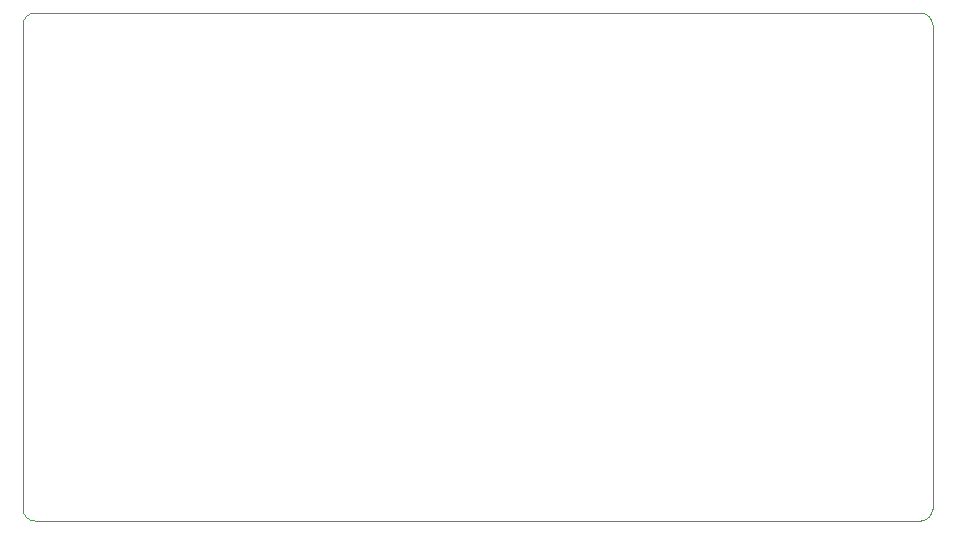
<source format=gbr>
%TF.GenerationSoftware,KiCad,Pcbnew,9.0.0*%
%TF.CreationDate,2025-04-03T15:52:47+03:00*%
%TF.ProjectId,poe splitter,706f6520-7370-46c6-9974-7465722e6b69,rev?*%
%TF.SameCoordinates,Original*%
%TF.FileFunction,Profile,NP*%
%FSLAX46Y46*%
G04 Gerber Fmt 4.6, Leading zero omitted, Abs format (unit mm)*
G04 Created by KiCad (PCBNEW 9.0.0) date 2025-04-03 15:52:47*
%MOMM*%
%LPD*%
G01*
G04 APERTURE LIST*
%TA.AperFunction,Profile*%
%ADD10C,0.050000*%
%TD*%
G04 APERTURE END LIST*
D10*
X61000000Y-93000000D02*
X136000000Y-93000000D01*
X137000000Y-51000000D02*
X137000000Y-92000000D01*
X60000000Y-51000000D02*
X60000000Y-92000000D01*
X136000000Y-50000000D02*
G75*
G02*
X137000000Y-51000000I0J-1000000D01*
G01*
X137000000Y-92000000D02*
G75*
G02*
X136000000Y-93000000I-1000000J0D01*
G01*
X60000000Y-51000000D02*
G75*
G02*
X61000000Y-50000000I1000000J0D01*
G01*
X61000000Y-93000000D02*
G75*
G02*
X60000000Y-92000000I0J1000000D01*
G01*
X61000000Y-50000000D02*
X136000000Y-50000000D01*
M02*

</source>
